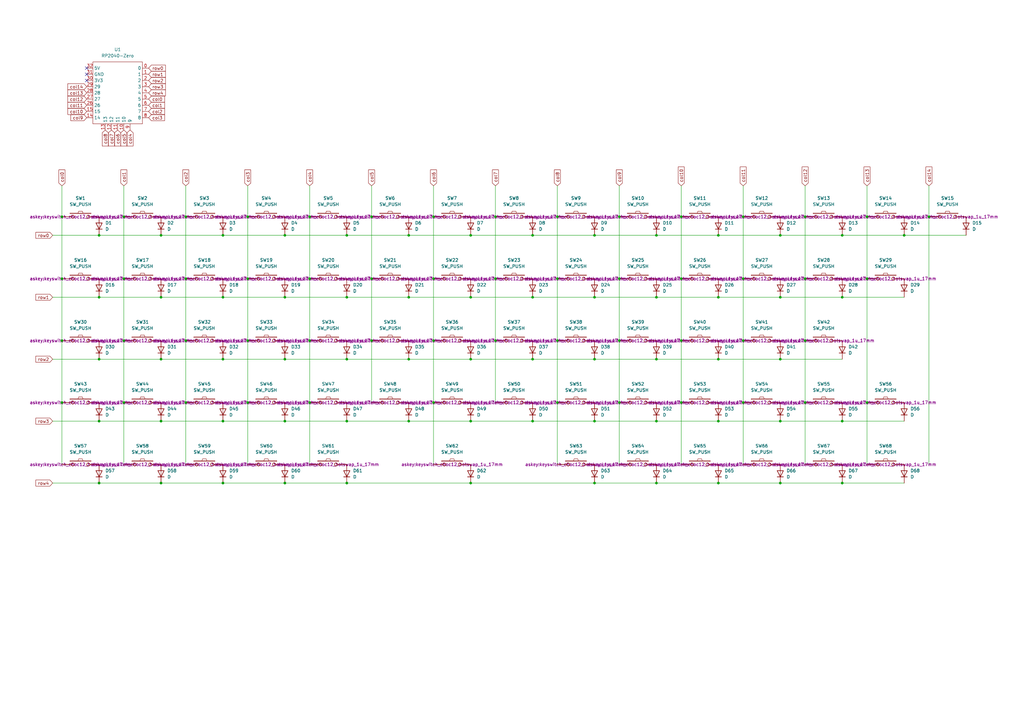
<source format=kicad_sch>
(kicad_sch (version 20231120) (generator "eeschema") (generator_version "8.0")
  (paper "A3")
  (junction (at 193.04 147.32))
  (junction (at 294.64 96.52))
  (junction (at 330.2 139.7))
  (junction (at 101.6 139.7))
  (junction (at 243.84 198.12))
  (junction (at 50.8 139.7))
  (junction (at 177.8 165.1))
  (junction (at 294.64 172.72))
  (junction (at 203.2 114.3))
  (junction (at 142.24 121.92))
  (junction (at 279.4 114.3))
  (junction (at 218.44 96.52))
  (junction (at 218.44 172.72))
  (junction (at 193.04 96.52))
  (junction (at 142.24 172.72))
  (junction (at 152.4 88.9))
  (junction (at 127 114.3))
  (junction (at 355.6 165.1))
  (junction (at 91.44 96.52))
  (junction (at 193.04 121.92))
  (junction (at 269.24 172.72))
  (junction (at 127 88.9))
  (junction (at 203.2 88.9))
  (junction (at 381 88.9))
  (junction (at 177.8 114.3))
  (junction (at 193.04 198.12))
  (junction (at 142.24 96.52))
  (junction (at 279.4 139.7))
  (junction (at 345.44 121.92))
  (junction (at 167.64 172.72))
  (junction (at 243.84 172.72))
  (junction (at 203.2 139.7))
  (junction (at 167.64 121.92))
  (junction (at 116.84 198.12))
  (junction (at 304.8 165.1))
  (junction (at 370.84 96.52))
  (junction (at 279.4 165.1))
  (junction (at 91.44 198.12))
  (junction (at 101.6 88.9))
  (junction (at 91.44 147.32))
  (junction (at 25.4 114.3))
  (junction (at 330.2 114.3))
  (junction (at 66.04 172.72))
  (junction (at 76.2 165.1))
  (junction (at 91.44 172.72))
  (junction (at 40.64 121.92))
  (junction (at 294.64 198.12))
  (junction (at 116.84 96.52))
  (junction (at 116.84 172.72))
  (junction (at 177.8 88.9))
  (junction (at 279.4 88.9))
  (junction (at 294.64 121.92))
  (junction (at 193.04 172.72))
  (junction (at 269.24 96.52))
  (junction (at 66.04 198.12))
  (junction (at 269.24 198.12))
  (junction (at 320.04 198.12))
  (junction (at 40.64 147.32))
  (junction (at 50.8 88.9))
  (junction (at 243.84 147.32))
  (junction (at 116.84 147.32))
  (junction (at 76.2 88.9))
  (junction (at 116.84 121.92))
  (junction (at 243.84 96.52))
  (junction (at 218.44 121.92))
  (junction (at 254 88.9))
  (junction (at 320.04 121.92))
  (junction (at 218.44 147.32))
  (junction (at 269.24 121.92))
  (junction (at 330.2 165.1))
  (junction (at 167.64 147.32))
  (junction (at 40.64 198.12))
  (junction (at 167.64 96.52))
  (junction (at 152.4 114.3))
  (junction (at 304.8 139.7))
  (junction (at 152.4 139.7))
  (junction (at 320.04 96.52))
  (junction (at 228.6 165.1))
  (junction (at 254 165.1))
  (junction (at 76.2 114.3))
  (junction (at 66.04 96.52))
  (junction (at 40.64 96.52))
  (junction (at 101.6 165.1))
  (junction (at 228.6 114.3))
  (junction (at 50.8 114.3))
  (junction (at 228.6 139.7))
  (junction (at 304.8 88.9))
  (junction (at 76.2 139.7))
  (junction (at 25.4 165.1))
  (junction (at 25.4 88.9))
  (junction (at 254 139.7))
  (junction (at 50.8 165.1))
  (junction (at 127 165.1))
  (junction (at 345.44 198.12))
  (junction (at 66.04 147.32))
  (junction (at 142.24 147.32))
  (junction (at 228.6 88.9))
  (junction (at 355.6 114.3))
  (junction (at 304.8 114.3))
  (junction (at 177.8 139.7))
  (junction (at 66.04 121.92))
  (junction (at 127 139.7))
  (junction (at 243.84 121.92))
  (junction (at 40.64 172.72))
  (junction (at 345.44 172.72))
  (junction (at 269.24 147.32))
  (junction (at 101.6 114.3))
  (junction (at 25.4 139.7))
  (junction (at 355.6 88.9))
  (junction (at 320.04 147.32))
  (junction (at 345.44 96.52))
  (junction (at 330.2 88.9))
  (junction (at 254 114.3))
  (junction (at 91.44 121.92))
  (junction (at 320.04 172.72))
  (junction (at 142.24 198.12))
  (junction (at 294.64 147.32))
  (no_connect (at 35.56 30.48))
  (no_connect (at 35.56 33.02))
  (no_connect (at 35.56 27.94))
  (wire (pts (xy 25.4 165.1) (xy 25.4 190.5)))
  (wire (pts (xy 76.2 139.7) (xy 76.2 165.1)))
  (wire (pts (xy 177.8 139.7) (xy 177.8 165.1)))
  (wire (pts (xy 279.4 165.1) (xy 279.4 190.5)))
  (wire (pts (xy 116.84 147.32) (xy 142.24 147.32)))
  (wire (pts (xy 167.64 121.92) (xy 193.04 121.92)))
  (wire (pts (xy 355.6 88.9) (xy 355.6 114.3)))
  (wire (pts (xy 193.04 172.72) (xy 218.44 172.72)))
  (wire (pts (xy 101.6 114.3) (xy 101.6 139.7)))
  (wire (pts (xy 193.04 198.12) (xy 243.84 198.12)))
  (wire (pts (xy 218.44 121.92) (xy 243.84 121.92)))
  (wire (pts (xy 21.59 121.92) (xy 40.64 121.92)))
  (wire (pts (xy 66.04 198.12) (xy 91.44 198.12)))
  (wire (pts (xy 142.24 121.92) (xy 167.64 121.92)))
  (wire (pts (xy 40.64 96.52) (xy 66.04 96.52)))
  (wire (pts (xy 228.6 139.7) (xy 228.6 165.1)))
  (wire (pts (xy 243.84 147.32) (xy 269.24 147.32)))
  (wire (pts (xy 320.04 172.72) (xy 345.44 172.72)))
  (wire (pts (xy 218.44 172.72) (xy 243.84 172.72)))
  (wire (pts (xy 228.6 165.1) (xy 228.6 190.5)))
  (wire (pts (xy 269.24 198.12) (xy 294.64 198.12)))
  (wire (pts (xy 304.8 88.9) (xy 304.8 114.3)))
  (wire (pts (xy 91.44 172.72) (xy 116.84 172.72)))
  (wire (pts (xy 142.24 96.52) (xy 167.64 96.52)))
  (wire (pts (xy 76.2 88.9) (xy 76.2 114.3)))
  (wire (pts (xy 279.4 114.3) (xy 279.4 139.7)))
  (wire (pts (xy 21.59 172.72) (xy 40.64 172.72)))
  (wire (pts (xy 177.8 88.9) (xy 177.8 114.3)))
  (wire (pts (xy 381 76.2) (xy 381 88.9)))
  (wire (pts (xy 304.8 114.3) (xy 304.8 139.7)))
  (wire (pts (xy 345.44 172.72) (xy 370.84 172.72)))
  (wire (pts (xy 25.4 88.9) (xy 25.4 114.3)))
  (wire (pts (xy 116.84 121.92) (xy 142.24 121.92)))
  (wire (pts (xy 91.44 198.12) (xy 116.84 198.12)))
  (wire (pts (xy 66.04 121.92) (xy 91.44 121.92)))
  (wire (pts (xy 142.24 172.72) (xy 167.64 172.72)))
  (wire (pts (xy 91.44 96.52) (xy 116.84 96.52)))
  (wire (pts (xy 50.8 88.9) (xy 50.8 114.3)))
  (wire (pts (xy 142.24 198.12) (xy 193.04 198.12)))
  (wire (pts (xy 228.6 76.2) (xy 228.6 88.9)))
  (wire (pts (xy 25.4 76.2) (xy 25.4 88.9)))
  (wire (pts (xy 116.84 96.52) (xy 142.24 96.52)))
  (wire (pts (xy 243.84 96.52) (xy 269.24 96.52)))
  (wire (pts (xy 254 165.1) (xy 254 190.5)))
  (wire (pts (xy 50.8 76.2) (xy 50.8 88.9)))
  (wire (pts (xy 345.44 96.52) (xy 370.84 96.52)))
  (wire (pts (xy 152.4 114.3) (xy 152.4 139.7)))
  (wire (pts (xy 91.44 147.32) (xy 116.84 147.32)))
  (wire (pts (xy 177.8 165.1) (xy 177.8 190.5)))
  (wire (pts (xy 127 114.3) (xy 127 139.7)))
  (wire (pts (xy 294.64 198.12) (xy 320.04 198.12)))
  (wire (pts (xy 254 139.7) (xy 254 165.1)))
  (wire (pts (xy 330.2 139.7) (xy 330.2 165.1)))
  (wire (pts (xy 101.6 139.7) (xy 101.6 165.1)))
  (wire (pts (xy 127 165.1) (xy 127 190.5)))
  (wire (pts (xy 76.2 114.3) (xy 76.2 139.7)))
  (wire (pts (xy 50.8 165.1) (xy 50.8 190.5)))
  (wire (pts (xy 243.84 172.72) (xy 269.24 172.72)))
  (wire (pts (xy 21.59 198.12) (xy 40.64 198.12)))
  (wire (pts (xy 127 76.2) (xy 127 88.9)))
  (wire (pts (xy 66.04 147.32) (xy 91.44 147.32)))
  (wire (pts (xy 127 139.7) (xy 127 165.1)))
  (wire (pts (xy 320.04 121.92) (xy 345.44 121.92)))
  (wire (pts (xy 101.6 88.9) (xy 101.6 114.3)))
  (wire (pts (xy 279.4 88.9) (xy 279.4 114.3)))
  (wire (pts (xy 330.2 114.3) (xy 330.2 139.7)))
  (wire (pts (xy 203.2 139.7) (xy 203.2 165.1)))
  (wire (pts (xy 320.04 198.12) (xy 345.44 198.12)))
  (wire (pts (xy 243.84 121.92) (xy 269.24 121.92)))
  (wire (pts (xy 91.44 121.92) (xy 116.84 121.92)))
  (wire (pts (xy 25.4 139.7) (xy 25.4 165.1)))
  (wire (pts (xy 167.64 96.52) (xy 193.04 96.52)))
  (wire (pts (xy 304.8 139.7) (xy 304.8 165.1)))
  (wire (pts (xy 304.8 165.1) (xy 304.8 190.5)))
  (wire (pts (xy 193.04 96.52) (xy 218.44 96.52)))
  (wire (pts (xy 40.64 172.72) (xy 66.04 172.72)))
  (wire (pts (xy 167.64 172.72) (xy 193.04 172.72)))
  (wire (pts (xy 101.6 76.2) (xy 101.6 88.9)))
  (wire (pts (xy 228.6 114.3) (xy 228.6 139.7)))
  (wire (pts (xy 294.64 121.92) (xy 320.04 121.92)))
  (wire (pts (xy 269.24 147.32) (xy 294.64 147.32)))
  (wire (pts (xy 101.6 165.1) (xy 101.6 190.5)))
  (wire (pts (xy 76.2 76.2) (xy 76.2 88.9)))
  (wire (pts (xy 203.2 76.2) (xy 203.2 88.9)))
  (wire (pts (xy 294.64 172.72) (xy 320.04 172.72)))
  (wire (pts (xy 66.04 96.52) (xy 91.44 96.52)))
  (wire (pts (xy 370.84 96.52) (xy 396.24 96.52)))
  (wire (pts (xy 116.84 172.72) (xy 142.24 172.72)))
  (wire (pts (xy 279.4 139.7) (xy 279.4 165.1)))
  (wire (pts (xy 40.64 147.32) (xy 66.04 147.32)))
  (wire (pts (xy 21.59 147.32) (xy 40.64 147.32)))
  (wire (pts (xy 50.8 139.7) (xy 50.8 165.1)))
  (wire (pts (xy 381 88.9) (xy 381 190.5)))
  (wire (pts (xy 269.24 96.52) (xy 294.64 96.52)))
  (wire (pts (xy 294.64 96.52) (xy 320.04 96.52)))
  (wire (pts (xy 269.24 121.92) (xy 294.64 121.92)))
  (wire (pts (xy 152.4 76.2) (xy 152.4 88.9)))
  (wire (pts (xy 40.64 198.12) (xy 66.04 198.12)))
  (wire (pts (xy 177.8 114.3) (xy 177.8 139.7)))
  (wire (pts (xy 193.04 147.32) (xy 218.44 147.32)))
  (wire (pts (xy 127 88.9) (xy 127 114.3)))
  (wire (pts (xy 142.24 147.32) (xy 167.64 147.32)))
  (wire (pts (xy 269.24 172.72) (xy 294.64 172.72)))
  (wire (pts (xy 218.44 96.52) (xy 243.84 96.52)))
  (wire (pts (xy 177.8 76.2) (xy 177.8 88.9)))
  (wire (pts (xy 355.6 76.2) (xy 355.6 88.9)))
  (wire (pts (xy 355.6 165.1) (xy 355.6 190.5)))
  (wire (pts (xy 254 114.3) (xy 254 139.7)))
  (wire (pts (xy 76.2 165.1) (xy 76.2 190.5)))
  (wire (pts (xy 279.4 76.2) (xy 279.4 88.9)))
  (wire (pts (xy 320.04 96.52) (xy 345.44 96.52)))
  (wire (pts (xy 330.2 76.2) (xy 330.2 88.9)))
  (wire (pts (xy 254 76.2) (xy 254 88.9)))
  (wire (pts (xy 320.04 147.32) (xy 345.44 147.32)))
  (wire (pts (xy 21.59 96.52) (xy 40.64 96.52)))
  (wire (pts (xy 218.44 147.32) (xy 243.84 147.32)))
  (wire (pts (xy 355.6 114.3) (xy 355.6 165.1)))
  (wire (pts (xy 294.64 147.32) (xy 320.04 147.32)))
  (wire (pts (xy 50.8 114.3) (xy 50.8 139.7)))
  (wire (pts (xy 116.84 198.12) (xy 142.24 198.12)))
  (wire (pts (xy 330.2 165.1) (xy 330.2 190.5)))
  (wire (pts (xy 167.64 147.32) (xy 193.04 147.32)))
  (wire (pts (xy 193.04 121.92) (xy 218.44 121.92)))
  (wire (pts (xy 254 88.9) (xy 254 114.3)))
  (wire (pts (xy 243.84 198.12) (xy 269.24 198.12)))
  (wire (pts (xy 330.2 88.9) (xy 330.2 114.3)))
  (wire (pts (xy 152.4 139.7) (xy 152.4 165.1)))
  (wire (pts (xy 152.4 88.9) (xy 152.4 114.3)))
  (wire (pts (xy 25.4 114.3) (xy 25.4 139.7)))
  (wire (pts (xy 40.64 121.92) (xy 66.04 121.92)))
  (wire (pts (xy 345.44 198.12) (xy 370.84 198.12)))
  (wire (pts (xy 228.6 88.9) (xy 228.6 114.3)))
  (wire (pts (xy 304.8 76.2) (xy 304.8 88.9)))
  (wire (pts (xy 345.44 121.92) (xy 370.84 121.92)))
  (wire (pts (xy 203.2 114.3) (xy 203.2 139.7)))
  (wire (pts (xy 203.2 88.9) (xy 203.2 114.3)))
  (wire (pts (xy 66.04 172.72) (xy 91.44 172.72)))
  (global_label "row3" (shape input) (at 60.96 35.56 0) (property "Intersheetrefs" "${INTERSHEET_REFS}" (effects (hide yes))))
  (global_label "col9" (shape input) (at 254 76.2 90) (property "Intersheetrefs" "${INTERSHEET_REFS}" (effects (hide yes))))
  (global_label "col1" (shape input) (at 50.8 76.2 90) (property "Intersheetrefs" "${INTERSHEET_REFS}" (effects (hide yes))))
  (global_label "row3" (shape input) (at 21.59 172.72 180) (property "Intersheetrefs" "${INTERSHEET_REFS}" (effects (hide yes))))
  (global_label "col10" (shape input) (at 35.56 45.72 180) (property "Intersheetrefs" "${INTERSHEET_REFS}" (effects (hide yes))))
  (global_label "col5" (shape input) (at 152.4 76.2 90) (property "Intersheetrefs" "${INTERSHEET_REFS}" (effects (hide yes))))
  (global_label "row1" (shape input) (at 21.59 121.92 180) (property "Intersheetrefs" "${INTERSHEET_REFS}" (effects (hide yes))))
  (global_label "col8" (shape input) (at 228.6 76.2 90) (property "Intersheetrefs" "${INTERSHEET_REFS}" (effects (hide yes))))
  (global_label "col3" (shape input) (at 101.6 76.2 90) (property "Intersheetrefs" "${INTERSHEET_REFS}" (effects (hide yes))))
  (global_label "row2" (shape input) (at 21.59 147.32 180) (property "Intersheetrefs" "${INTERSHEET_REFS}" (effects (hide yes))))
  (global_label "col9" (shape input) (at 35.56 48.26 180) (property "Intersheetrefs" "${INTERSHEET_REFS}" (effects (hide yes))))
  (global_label "col7" (shape input) (at 45.72 53.34 270) (property "Intersheetrefs" "${INTERSHEET_REFS}" (effects (hide yes))))
  (global_label "col13" (shape input) (at 355.6 76.2 90) (property "Intersheetrefs" "${INTERSHEET_REFS}" (effects (hide yes))))
  (global_label "row0" (shape input) (at 21.59 96.52 180) (property "Intersheetrefs" "${INTERSHEET_REFS}" (effects (hide yes))))
  (global_label "col10" (shape input) (at 279.4 76.2 90) (property "Intersheetrefs" "${INTERSHEET_REFS}" (effects (hide yes))))
  (global_label "col0" (shape input) (at 60.96 40.64 0) (property "Intersheetrefs" "${INTERSHEET_REFS}" (effects (hide yes))))
  (global_label "col7" (shape input) (at 203.2 76.2 90) (property "Intersheetrefs" "${INTERSHEET_REFS}" (effects (hide yes))))
  (global_label "col4" (shape input) (at 53.34 53.34 270) (property "Intersheetrefs" "${INTERSHEET_REFS}" (effects (hide yes))))
  (global_label "row4" (shape input) (at 21.59 198.12 180) (property "Intersheetrefs" "${INTERSHEET_REFS}" (effects (hide yes))))
  (global_label "col13" (shape input) (at 35.56 38.1 180) (property "Intersheetrefs" "${INTERSHEET_REFS}" (effects (hide yes))))
  (global_label "row0" (shape input) (at 60.96 27.94 0) (property "Intersheetrefs" "${INTERSHEET_REFS}" (effects (hide yes))))
  (global_label "col4" (shape input) (at 127 76.2 90) (property "Intersheetrefs" "${INTERSHEET_REFS}" (effects (hide yes))))
  (global_label "col1" (shape input) (at 60.96 43.18 0) (property "Intersheetrefs" "${INTERSHEET_REFS}" (effects (hide yes))))
  (global_label "col0" (shape input) (at 25.4 76.2 90) (property "Intersheetrefs" "${INTERSHEET_REFS}" (effects (hide yes))))
  (global_label "col14" (shape input) (at 35.56 35.56 180) (property "Intersheetrefs" "${INTERSHEET_REFS}" (effects (hide yes))))
  (global_label "col8" (shape input) (at 43.18 53.34 270) (property "Intersheetrefs" "${INTERSHEET_REFS}" (effects (hide yes))))
  (global_label "col2" (shape input) (at 60.96 45.72 0) (property "Intersheetrefs" "${INTERSHEET_REFS}" (effects (hide yes))))
  (global_label "col2" (shape input) (at 76.2 76.2 90) (property "Intersheetrefs" "${INTERSHEET_REFS}" (effects (hide yes))))
  (global_label "col11" (shape input) (at 35.56 43.18 180) (property "Intersheetrefs" "${INTERSHEET_REFS}" (effects (hide yes))))
  (global_label "col11" (shape input) (at 304.8 76.2 90) (property "Intersheetrefs" "${INTERSHEET_REFS}" (effects (hide yes))))
  (global_label "row4" (shape input) (at 60.96 38.1 0) (property "Intersheetrefs" "${INTERSHEET_REFS}" (effects (hide yes))))
  (global_label "col3" (shape input) (at 60.96 48.26 0) (property "Intersheetrefs" "${INTERSHEET_REFS}" (effects (hide yes))))
  (global_label "col5" (shape input) (at 50.8 53.34 270) (property "Intersheetrefs" "${INTERSHEET_REFS}" (effects (hide yes))))
  (global_label "col6" (shape input) (at 177.8 76.2 90) (property "Intersheetrefs" "${INTERSHEET_REFS}" (effects (hide yes))))
  (global_label "row2" (shape input) (at 60.96 33.02 0) (property "Intersheetrefs" "${INTERSHEET_REFS}" (effects (hide yes))))
  (global_label "col12" (shape input) (at 330.2 76.2 90) (property "Intersheetrefs" "${INTERSHEET_REFS}" (effects (hide yes))))
  (global_label "row1" (shape input) (at 60.96 30.48 0) (property "Intersheetrefs" "${INTERSHEET_REFS}" (effects (hide yes))))
  (global_label "col14" (shape input) (at 381 76.2 90) (property "Intersheetrefs" "${INTERSHEET_REFS}" (effects (hide yes))))
  (global_label "col6" (shape input) (at 48.26 53.34 270) (property "Intersheetrefs" "${INTERSHEET_REFS}" (effects (hide yes))))
  (global_label "col12" (shape input) (at 35.56 40.64 180) (property "Intersheetrefs" "${INTERSHEET_REFS}" (effects (hide yes))))
  (symbol (lib_id "kbd:SW_PUSH") (at 261.62 165.1 0) (unit 1)
    (property "Reference" "SW52" (at 261.62 157.48 0))
    (property "Value" "SW_PUSH" (at 261.62 160.02 0))
    (property "Footprint" "askey:keyswitch_choc12_hotswap_1u_17mm" (at 261.62 165.1 0))
  )
  (symbol (lib_id "Device:D") (at 116.84 168.91 90) (unit 1)
    (property "Reference" "D46" (at 119.38 167.6399 90) (effects (justify right)))
    (property "Value" "D" (at 119.38 170.1799 90) (effects (justify right)))
    (property "Footprint" "kbd_Parts:Diode_SMD" (effects (hide yes)))
    (property "Description" "Diode" (effects (hide yes)))
    (property "Sim.Device" "D" (effects (hide yes)))
    (property "Sim.Pins" "1=K 2=A" (effects (hide yes)))
  )
  (symbol (lib_id "kbd:SW_PUSH") (at 58.42 190.5 0) (unit 1)
    (property "Reference" "SW58" (at 58.42 182.88 0))
    (property "Value" "SW_PUSH" (at 58.42 185.42 0))
    (property "Footprint" "askey:keyswitch_choc12_hotswap_1u_17mm" (at 58.42 190.5 0))
  )
  (symbol (lib_id "kbd:SW_PUSH") (at 287.02 190.5 0) (unit 1)
    (property "Reference" "SW65" (at 287.02 182.88 0))
    (property "Value" "SW_PUSH" (at 287.02 185.42 0))
    (property "Footprint" "askey:keyswitch_choc12_hotswap_1u_17mm" (at 287.02 190.5 0))
  )
  (symbol (lib_id "kbd:SW_PUSH") (at 83.82 139.7 0) (unit 1)
    (property "Reference" "SW32" (at 83.82 132.08 0))
    (property "Value" "SW_PUSH" (at 83.82 134.62 0))
    (property "Footprint" "askey:keyswitch_choc12_hotswap_1u_17mm" (at 83.82 139.7 0))
  )
  (symbol (lib_id "kbd:SW_PUSH") (at 287.02 88.9 0) (unit 1)
    (property "Reference" "SW11" (at 287.02 81.28 0))
    (property "Value" "SW_PUSH" (at 287.02 83.82 0))
    (property "Footprint" "askey:keyswitch_choc12_hotswap_1u_17mm" (at 287.02 88.9 0))
  )
  (symbol (lib_id "Device:D") (at 66.04 118.11 90) (unit 1)
    (property "Reference" "D17" (at 68.58 116.8399 90) (effects (justify right)))
    (property "Value" "D" (at 68.58 119.3799 90) (effects (justify right)))
    (property "Footprint" "kbd_Parts:Diode_SMD" (effects (hide yes)))
    (property "Description" "Diode" (effects (hide yes)))
    (property "Sim.Device" "D" (effects (hide yes)))
    (property "Sim.Pins" "1=K 2=A" (effects (hide yes)))
  )
  (symbol (lib_id "isw-mcu:RP2040-Zero") (at 48.26 38.1 0) (unit 1)
    (property "Reference" "U1" (at 48.26 20.32 0))
    (property "Value" "RP2040-Zero" (at 48.26 22.86 0))
    (property "Footprint" "askey:RP2040-Zero-TH" (effects (hide yes)))
  )
  (symbol (lib_id "kbd:SW_PUSH") (at 33.02 165.1 0) (unit 1)
    (property "Reference" "SW43" (at 33.02 157.48 0))
    (property "Value" "SW_PUSH" (at 33.02 160.02 0))
    (property "Footprint" "askey:keyswitch_choc12_hotswap_1u_17mm" (at 33.02 165.1 0))
  )
  (symbol (lib_id "Device:D") (at 116.84 143.51 90) (unit 1)
    (property "Reference" "D33" (at 119.38 142.2399 90) (effects (justify right)))
    (property "Value" "D" (at 119.38 144.7799 90) (effects (justify right)))
    (property "Footprint" "kbd_Parts:Diode_SMD" (effects (hide yes)))
    (property "Description" "Diode" (effects (hide yes)))
    (property "Sim.Device" "D" (effects (hide yes)))
    (property "Sim.Pins" "1=K 2=A" (effects (hide yes)))
  )
  (symbol (lib_id "Device:D") (at 91.44 143.51 90) (unit 1)
    (property "Reference" "D32" (at 93.98 142.2399 90) (effects (justify right)))
    (property "Value" "D" (at 93.98 144.7799 90) (effects (justify right)))
    (property "Footprint" "kbd_Parts:Diode_SMD" (effects (hide yes)))
    (property "Description" "Diode" (effects (hide yes)))
    (property "Sim.Device" "D" (effects (hide yes)))
    (property "Sim.Pins" "1=K 2=A" (effects (hide yes)))
  )
  (symbol (lib_id "Device:D") (at 345.44 194.31 90) (unit 1)
    (property "Reference" "D67" (at 347.98 193.0399 90) (effects (justify right)))
    (property "Value" "D" (at 347.98 195.5799 90) (effects (justify right)))
    (property "Footprint" "kbd_Parts:Diode_SMD" (effects (hide yes)))
    (property "Description" "Diode" (effects (hide yes)))
    (property "Sim.Device" "D" (effects (hide yes)))
    (property "Sim.Pins" "1=K 2=A" (effects (hide yes)))
  )
  (symbol (lib_id "Device:D") (at 66.04 194.31 90) (unit 1)
    (property "Reference" "D58" (at 68.58 193.0399 90) (effects (justify right)))
    (property "Value" "D" (at 68.58 195.5799 90) (effects (justify right)))
    (property "Footprint" "kbd_Parts:Diode_SMD" (effects (hide yes)))
    (property "Description" "Diode" (effects (hide yes)))
    (property "Sim.Device" "D" (effects (hide yes)))
    (property "Sim.Pins" "1=K 2=A" (effects (hide yes)))
  )
  (symbol (lib_id "Device:D") (at 370.84 168.91 90) (unit 1)
    (property "Reference" "D56" (at 373.38 167.6399 90) (effects (justify right)))
    (property "Value" "D" (at 373.38 170.1799 90) (effects (justify right)))
    (property "Footprint" "kbd_Parts:Diode_SMD" (effects (hide yes)))
    (property "Description" "Diode" (effects (hide yes)))
    (property "Sim.Device" "D" (effects (hide yes)))
    (property "Sim.Pins" "1=K 2=A" (effects (hide yes)))
  )
  (symbol (lib_id "kbd:SW_PUSH") (at 287.02 114.3 0) (unit 1)
    (property "Reference" "SW26" (at 287.02 106.68 0))
    (property "Value" "SW_PUSH" (at 287.02 109.22 0))
    (property "Footprint" "askey:keyswitch_choc12_hotswap_1u_17mm" (at 287.02 114.3 0))
  )
  (symbol (lib_id "Device:D") (at 396.24 92.71 90) (unit 1)
    (property "Reference" "D15" (at 398.78 91.4399 90) (effects (justify right)))
    (property "Value" "D" (at 398.78 93.9799 90) (effects (justify right)))
    (property "Footprint" "kbd_Parts:Diode_SMD" (effects (hide yes)))
    (property "Description" "Diode" (effects (hide yes)))
    (property "Sim.Device" "D" (effects (hide yes)))
    (property "Sim.Pins" "1=K 2=A" (effects (hide yes)))
  )
  (symbol (lib_id "kbd:SW_PUSH") (at 83.82 88.9 0) (unit 1)
    (property "Reference" "SW3" (at 83.82 81.28 0))
    (property "Value" "SW_PUSH" (at 83.82 83.82 0))
    (property "Footprint" "askey:keyswitch_choc12_hotswap_1u_17mm" (at 83.82 88.9 0))
  )
  (symbol (lib_id "Device:D") (at 218.44 118.11 90) (unit 1)
    (property "Reference" "D23" (at 220.98 116.8399 90) (effects (justify right)))
    (property "Value" "D" (at 220.98 119.3799 90) (effects (justify right)))
    (property "Footprint" "kbd_Parts:Diode_SMD" (effects (hide yes)))
    (property "Description" "Diode" (effects (hide yes)))
    (property "Sim.Device" "D" (effects (hide yes)))
    (property "Sim.Pins" "1=K 2=A" (effects (hide yes)))
  )
  (symbol (lib_id "Device:D") (at 218.44 92.71 90) (unit 1)
    (property "Reference" "D8" (at 220.98 91.4399 90) (effects (justify right)))
    (property "Value" "D" (at 220.98 93.9799 90) (effects (justify right)))
    (property "Footprint" "kbd_Parts:Diode_SMD" (effects (hide yes)))
    (property "Description" "Diode" (effects (hide yes)))
    (property "Sim.Device" "D" (effects (hide yes)))
    (property "Sim.Pins" "1=K 2=A" (effects (hide yes)))
  )
  (symbol (lib_id "Device:D") (at 243.84 118.11 90) (unit 1)
    (property "Reference" "D24" (at 246.38 116.8399 90) (effects (justify right)))
    (property "Value" "D" (at 246.38 119.3799 90) (effects (justify right)))
    (property "Footprint" "kbd_Parts:Diode_SMD" (effects (hide yes)))
    (property "Description" "Diode" (effects (hide yes)))
    (property "Sim.Device" "D" (effects (hide yes)))
    (property "Sim.Pins" "1=K 2=A" (effects (hide yes)))
  )
  (symbol (lib_id "Device:D") (at 167.64 168.91 90) (unit 1)
    (property "Reference" "D48" (at 170.18 167.6399 90) (effects (justify right)))
    (property "Value" "D" (at 170.18 170.1799 90) (effects (justify right)))
    (property "Footprint" "kbd_Parts:Diode_SMD" (effects (hide yes)))
    (property "Description" "Diode" (effects (hide yes)))
    (property "Sim.Device" "D" (effects (hide yes)))
    (property "Sim.Pins" "1=K 2=A" (effects (hide yes)))
  )
  (symbol (lib_id "kbd:SW_PUSH") (at 109.22 139.7 0) (unit 1)
    (property "Reference" "SW33" (at 109.22 132.08 0))
    (property "Value" "SW_PUSH" (at 109.22 134.62 0))
    (property "Footprint" "askey:keyswitch_choc12_hotswap_1u_17mm" (at 109.22 139.7 0))
  )
  (symbol (lib_id "kbd:SW_PUSH") (at 83.82 114.3 0) (unit 1)
    (property "Reference" "SW18" (at 83.82 106.68 0))
    (property "Value" "SW_PUSH" (at 83.82 109.22 0))
    (property "Footprint" "askey:keyswitch_choc12_hotswap_1u_17mm" (at 83.82 114.3 0))
  )
  (symbol (lib_id "Device:D") (at 243.84 194.31 90) (unit 1)
    (property "Reference" "D63" (at 246.38 193.0399 90) (effects (justify right)))
    (property "Value" "D" (at 246.38 195.5799 90) (effects (justify right)))
    (property "Footprint" "kbd_Parts:Diode_SMD" (effects (hide yes)))
    (property "Description" "Diode" (effects (hide yes)))
    (property "Sim.Device" "D" (effects (hide yes)))
    (property "Sim.Pins" "1=K 2=A" (effects (hide yes)))
  )
  (symbol (lib_id "Device:D") (at 320.04 143.51 90) (unit 1)
    (property "Reference" "D41" (at 322.58 142.2399 90) (effects (justify right)))
    (property "Value" "D" (at 322.58 144.7799 90) (effects (justify right)))
    (property "Footprint" "kbd_Parts:Diode_SMD" (effects (hide yes)))
    (property "Description" "Diode" (effects (hide yes)))
    (property "Sim.Device" "D" (effects (hide yes)))
    (property "Sim.Pins" "1=K 2=A" (effects (hide yes)))
  )
  (symbol (lib_id "Device:D") (at 142.24 92.71 90) (unit 1)
    (property "Reference" "D5" (at 144.78 91.4399 90) (effects (justify right)))
    (property "Value" "D" (at 144.78 93.9799 90) (effects (justify right)))
    (property "Footprint" "kbd_Parts:Diode_SMD" (effects (hide yes)))
    (property "Description" "Diode" (effects (hide yes)))
    (property "Sim.Device" "D" (effects (hide yes)))
    (property "Sim.Pins" "1=K 2=A" (effects (hide yes)))
  )
  (symbol (lib_id "Device:D") (at 243.84 168.91 90) (unit 1)
    (property "Reference" "D51" (at 246.38 167.6399 90) (effects (justify right)))
    (property "Value" "D" (at 246.38 170.1799 90) (effects (justify right)))
    (property "Footprint" "kbd_Parts:Diode_SMD" (effects (hide yes)))
    (property "Description" "Diode" (effects (hide yes)))
    (property "Sim.Device" "D" (effects (hide yes)))
    (property "Sim.Pins" "1=K 2=A" (effects (hide yes)))
  )
  (symbol (lib_id "Device:D") (at 294.64 118.11 90) (unit 1)
    (property "Reference" "D26" (at 297.18 116.8399 90) (effects (justify right)))
    (property "Value" "D" (at 297.18 119.3799 90) (effects (justify right)))
    (property "Footprint" "kbd_Parts:Diode_SMD" (effects (hide yes)))
    (property "Description" "Diode" (effects (hide yes)))
    (property "Sim.Device" "D" (effects (hide yes)))
    (property "Sim.Pins" "1=K 2=A" (effects (hide yes)))
  )
  (symbol (lib_id "kbd:SW_PUSH") (at 236.22 139.7 0) (unit 1)
    (property "Reference" "SW38" (at 236.22 132.08 0))
    (property "Value" "SW_PUSH" (at 236.22 134.62 0))
    (property "Footprint" "askey:keyswitch_choc12_hotswap_1u_17mm" (at 236.22 139.7 0))
  )
  (symbol (lib_id "Device:D") (at 142.24 168.91 90) (unit 1)
    (property "Reference" "D47" (at 144.78 167.6399 90) (effects (justify right)))
    (property "Value" "D" (at 144.78 170.1799 90) (effects (justify right)))
    (property "Footprint" "kbd_Parts:Diode_SMD" (effects (hide yes)))
    (property "Description" "Diode" (effects (hide yes)))
    (property "Sim.Device" "D" (effects (hide yes)))
    (property "Sim.Pins" "1=K 2=A" (effects (hide yes)))
  )
  (symbol (lib_id "kbd:SW_PUSH") (at 312.42 114.3 0) (unit 1)
    (property "Reference" "SW27" (at 312.42 106.68 0))
    (property "Value" "SW_PUSH" (at 312.42 109.22 0))
    (property "Footprint" "askey:keyswitch_choc12_hotswap_1u_17mm" (at 312.42 114.3 0))
  )
  (symbol (lib_id "kbd:SW_PUSH") (at 160.02 165.1 0) (unit 1)
    (property "Reference" "SW48" (at 160.02 157.48 0))
    (property "Value" "SW_PUSH" (at 160.02 160.02 0))
    (property "Footprint" "askey:keyswitch_choc12_hotswap_1u_17mm" (at 160.02 165.1 0))
  )
  (symbol (lib_id "Device:D") (at 294.64 194.31 90) (unit 1)
    (property "Reference" "D65" (at 297.18 193.0399 90) (effects (justify right)))
    (property "Value" "D" (at 297.18 195.5799 90) (effects (justify right)))
    (property "Footprint" "kbd_Parts:Diode_SMD" (effects (hide yes)))
    (property "Description" "Diode" (effects (hide yes)))
    (property "Sim.Device" "D" (effects (hide yes)))
    (property "Sim.Pins" "1=K 2=A" (effects (hide yes)))
  )
  (symbol (lib_id "kbd:SW_PUSH") (at 58.42 139.7 0) (unit 1)
    (property "Reference" "SW31" (at 58.42 132.08 0))
    (property "Value" "SW_PUSH" (at 58.42 134.62 0))
    (property "Footprint" "askey:keyswitch_choc12_hotswap_1u_17mm" (at 58.42 139.7 0))
  )
  (symbol (lib_id "Device:D") (at 167.64 118.11 90) (unit 1)
    (property "Reference" "D21" (at 170.18 116.8399 90) (effects (justify right)))
    (property "Value" "D" (at 170.18 119.3799 90) (effects (justify right)))
    (property "Footprint" "kbd_Parts:Diode_SMD" (effects (hide yes)))
    (property "Description" "Diode" (effects (hide yes)))
    (property "Sim.Device" "D" (effects (hide yes)))
    (property "Sim.Pins" "1=K 2=A" (effects (hide yes)))
  )
  (symbol (lib_id "kbd:SW_PUSH") (at 363.22 165.1 0) (unit 1)
    (property "Reference" "SW56" (at 363.22 157.48 0))
    (property "Value" "SW_PUSH" (at 363.22 160.02 0))
    (property "Footprint" "askey:keyswitch_choc12_hotswap_1u_17mm" (at 363.22 165.1 0))
  )
  (symbol (lib_id "Device:D") (at 269.24 143.51 90) (unit 1)
    (property "Reference" "D39" (at 271.78 142.2399 90) (effects (justify right)))
    (property "Value" "D" (at 271.78 144.7799 90) (effects (justify right)))
    (property "Footprint" "kbd_Parts:Diode_SMD" (effects (hide yes)))
    (property "Description" "Diode" (effects (hide yes)))
    (property "Sim.Device" "D" (effects (hide yes)))
    (property "Sim.Pins" "1=K 2=A" (effects (hide yes)))
  )
  (symbol (lib_id "Device:D") (at 294.64 92.71 90) (unit 1)
    (property "Reference" "D11" (at 297.18 91.4399 90) (effects (justify right)))
    (property "Value" "D" (at 297.18 93.9799 90) (effects (justify right)))
    (property "Footprint" "kbd_Parts:Diode_SMD" (effects (hide yes)))
    (property "Description" "Diode" (effects (hide yes)))
    (property "Sim.Device" "D" (effects (hide yes)))
    (property "Sim.Pins" "1=K 2=A" (effects (hide yes)))
  )
  (symbol (lib_id "kbd:SW_PUSH") (at 312.42 88.9 0) (unit 1)
    (property "Reference" "SW12" (at 312.42 81.28 0))
    (property "Value" "SW_PUSH" (at 312.42 83.82 0))
    (property "Footprint" "askey:keyswitch_choc12_hotswap_1u_17mm" (at 312.42 88.9 0))
  )
  (symbol (lib_id "kbd:SW_PUSH") (at 160.02 139.7 0) (unit 1)
    (property "Reference" "SW35" (at 160.02 132.08 0))
    (property "Value" "SW_PUSH" (at 160.02 134.62 0))
    (property "Footprint" "askey:keyswitch_choc12_hotswap_1u_17mm" (at 160.02 139.7 0))
  )
  (symbol (lib_id "Device:D") (at 345.44 143.51 90) (unit 1)
    (property "Reference" "D42" (at 347.98 142.2399 90) (effects (justify right)))
    (property "Value" "D" (at 347.98 144.7799 90) (effects (justify right)))
    (property "Footprint" "kbd_Parts:Diode_SMD" (effects (hide yes)))
    (property "Description" "Diode" (effects (hide yes)))
    (property "Sim.Device" "D" (effects (hide yes)))
    (property "Sim.Pins" "1=K 2=A" (effects (hide yes)))
  )
  (symbol (lib_id "Device:D") (at 40.64 118.11 90) (unit 1)
    (property "Reference" "D16" (at 43.18 116.8399 90) (effects (justify right)))
    (property "Value" "D" (at 43.18 119.3799 90) (effects (justify right)))
    (property "Footprint" "kbd_Parts:Diode_SMD" (effects (hide yes)))
    (property "Description" "Diode" (effects (hide yes)))
    (property "Sim.Device" "D" (effects (hide yes)))
    (property "Sim.Pins" "1=K 2=A" (effects (hide yes)))
  )
  (symbol (lib_id "Device:D") (at 66.04 168.91 90) (unit 1)
    (property "Reference" "D44" (at 68.58 167.6399 90) (effects (justify right)))
    (property "Value" "D" (at 68.58 170.1799 90) (effects (justify right)))
    (property "Footprint" "kbd_Parts:Diode_SMD" (effects (hide yes)))
    (property "Description" "Diode" (effects (hide yes)))
    (property "Sim.Device" "D" (effects (hide yes)))
    (property "Sim.Pins" "1=K 2=A" (effects (hide yes)))
  )
  (symbol (lib_id "kbd:SW_PUSH") (at 337.82 114.3 0) (unit 1)
    (property "Reference" "SW28" (at 337.82 106.68 0))
    (property "Value" "SW_PUSH" (at 337.82 109.22 0))
    (property "Footprint" "askey:keyswitch_choc12_hotswap_1u_17mm" (at 337.82 114.3 0))
  )
  (symbol (lib_id "kbd:SW_PUSH") (at 287.02 165.1 0) (unit 1)
    (property "Reference" "SW53" (at 287.02 157.48 0))
    (property "Value" "SW_PUSH" (at 287.02 160.02 0))
    (property "Footprint" "askey:keyswitch_choc12_hotswap_1u_17mm" (at 287.02 165.1 0))
  )
  (symbol (lib_id "kbd:SW_PUSH") (at 388.62 88.9 0) (unit 1)
    (property "Reference" "SW15" (at 388.62 81.28 0))
    (property "Value" "SW_PUSH" (at 388.62 83.82 0))
    (property "Footprint" "askey:keyswitch_choc12_hotswap_1u_17mm" (at 388.62 88.9 0))
  )
  (symbol (lib_id "Device:D") (at 269.24 118.11 90) (unit 1)
    (property "Reference" "D25" (at 271.78 116.8399 90) (effects (justify right)))
    (property "Value" "D" (at 271.78 119.3799 90) (effects (justify right)))
    (property "Footprint" "kbd_Parts:Diode_SMD" (effects (hide yes)))
    (property "Description" "Diode" (effects (hide yes)))
    (property "Sim.Device" "D" (effects (hide yes)))
    (property "Sim.Pins" "1=K 2=A" (effects (hide yes)))
  )
  (symbol (lib_id "Device:D") (at 116.84 118.11 90) (unit 1)
    (property "Reference" "D19" (at 119.38 116.8399 90) (effects (justify right)))
    (property "Value" "D" (at 119.38 119.3799 90) (effects (justify right)))
    (property "Footprint" "kbd_Parts:Diode_SMD" (effects (hide yes)))
    (property "Description" "Diode" (effects (hide yes)))
    (property "Sim.Device" "D" (effects (hide yes)))
    (property "Sim.Pins" "1=K 2=A" (effects (hide yes)))
  )
  (symbol (lib_id "kbd:SW_PUSH") (at 337.82 165.1 0) (unit 1)
    (property "Reference" "SW55" (at 337.82 157.48 0))
    (property "Value" "SW_PUSH" (at 337.82 160.02 0))
    (property "Footprint" "askey:keyswitch_choc12_hotswap_1u_17mm" (at 337.82 165.1 0))
  )
  (symbol (lib_id "kbd:SW_PUSH") (at 109.22 190.5 0) (unit 1)
    (property "Reference" "SW60" (at 109.22 182.88 0))
    (property "Value" "SW_PUSH" (at 109.22 185.42 0))
    (property "Footprint" "askey:keyswitch_choc12_hotswap_1u_17mm" (at 109.22 190.5 0))
  )
  (symbol (lib_id "kbd:SW_PUSH") (at 363.22 190.5 0) (unit 1)
    (property "Reference" "SW68" (at 363.22 182.88 0))
    (property "Value" "SW_PUSH" (at 363.22 185.42 0))
    (property "Footprint" "askey:keyswitch_choc12_hotswap_1u_17mm" (at 363.22 190.5 0))
  )
  (symbol (lib_id "Device:D") (at 91.44 194.31 90) (unit 1)
    (property "Reference" "D59" (at 93.98 193.0399 90) (effects (justify right)))
    (property "Value" "D" (at 93.98 195.5799 90) (effects (justify right)))
    (property "Footprint" "kbd_Parts:Diode_SMD" (effects (hide yes)))
    (property "Description" "Diode" (effects (hide yes)))
    (property "Sim.Device" "D" (effects (hide yes)))
    (property "Sim.Pins" "1=K 2=A" (effects (hide yes)))
  )
  (symbol (lib_id "Device:D") (at 91.44 118.11 90) (unit 1)
    (property "Reference" "D18" (at 93.98 116.8399 90) (effects (justify right)))
    (property "Value" "D" (at 93.98 119.3799 90) (effects (justify right)))
    (property "Footprint" "kbd_Parts:Diode_SMD" (effects (hide yes)))
    (property "Description" "Diode" (effects (hide yes)))
    (property "Sim.Device" "D" (effects (hide yes)))
    (property "Sim.Pins" "1=K 2=A" (effects (hide yes)))
  )
  (symbol (lib_id "Device:D") (at 40.64 194.31 90) (unit 1)
    (property "Reference" "D57" (at 43.18 193.0399 90) (effects (justify right)))
    (property "Value" "D" (at 43.18 195.5799 90) (effects (justify right)))
    (property "Footprint" "kbd_Parts:Diode_SMD" (effects (hide yes)))
    (property "Description" "Diode" (effects (hide yes)))
    (property "Sim.Device" "D" (effects (hide yes)))
    (property "Sim.Pins" "1=K 2=A" (effects (hide yes)))
  )
  (symbol (lib_id "Device:D") (at 345.44 168.91 90) (unit 1)
    (property "Reference" "D55" (at 347.98 167.6399 90) (effects (justify right)))
    (property "Value" "D" (at 347.98 170.1799 90) (effects (justify right)))
    (property "Footprint" "kbd_Parts:Diode_SMD" (effects (hide yes)))
    (property "Description" "Diode" (effects (hide yes)))
    (property "Sim.Device" "D" (effects (hide yes)))
    (property "Sim.Pins" "1=K 2=A" (effects (hide yes)))
  )
  (symbol (lib_id "Device:D") (at 193.04 92.71 90) (unit 1)
    (property "Reference" "D7" (at 195.58 91.4399 90) (effects (justify right)))
    (property "Value" "D" (at 195.58 93.9799 90) (effects (justify right)))
    (property "Footprint" "kbd_Parts:Diode_SMD" (effects (hide yes)))
    (property "Description" "Diode" (effects (hide yes)))
    (property "Sim.Device" "D" (effects (hide yes)))
    (property "Sim.Pins" "1=K 2=A" (effects (hide yes)))
  )
  (symbol (lib_id "Device:D") (at 40.64 143.51 90) (unit 1)
    (property "Reference" "D30" (at 43.18 142.2399 90) (effects (justify right)))
    (property "Value" "D" (at 43.18 144.7799 90) (effects (justify right)))
    (property "Footprint" "kbd_Parts:Diode_SMD" (effects (hide yes)))
    (property "Description" "Diode" (effects (hide yes)))
    (property "Sim.Device" "D" (effects (hide yes)))
    (property "Sim.Pins" "1=K 2=A" (effects (hide yes)))
  )
  (symbol (lib_id "kbd:SW_PUSH") (at 185.42 139.7 0) (unit 1)
    (property "Reference" "SW36" (at 185.42 132.08 0))
    (property "Value" "SW_PUSH" (at 185.42 134.62 0))
    (property "Footprint" "askey:keyswitch_choc12_hotswap_1u_17mm" (at 185.42 139.7 0))
  )
  (symbol (lib_id "kbd:SW_PUSH") (at 185.42 190.5 0) (unit 1)
    (property "Reference" "SW62" (at 185.42 182.88 0))
    (property "Value" "SW_PUSH" (at 185.42 185.42 0))
    (property "Footprint" "askey:keyswitch_choc12_hotswap_1u_17mm" (at 185.42 190.5 0))
  )
  (symbol (lib_id "Device:D") (at 66.04 143.51 90) (unit 1)
    (property "Reference" "D31" (at 68.58 142.2399 90) (effects (justify right)))
    (property "Value" "D" (at 68.58 144.7799 90) (effects (justify right)))
    (property "Footprint" "kbd_Parts:Diode_SMD" (effects (hide yes)))
    (property "Description" "Diode" (effects (hide yes)))
    (property "Sim.Device" "D" (effects (hide yes)))
    (property "Sim.Pins" "1=K 2=A" (effects (hide yes)))
  )
  (symbol (lib_id "kbd:SW_PUSH") (at 210.82 165.1 0) (unit 1)
    (property "Reference" "SW50" (at 210.82 157.48 0))
    (property "Value" "SW_PUSH" (at 210.82 160.02 0))
    (property "Footprint" "askey:keyswitch_choc12_hotswap_1u_17mm" (at 210.82 165.1 0))
  )
  (symbol (lib_id "Device:D") (at 269.24 168.91 90) (unit 1)
    (property "Reference" "D52" (at 271.78 167.6399 90) (effects (justify right)))
    (property "Value" "D" (at 271.78 170.1799 90) (effects (justify right)))
    (property "Footprint" "kbd_Parts:Diode_SMD" (effects (hide yes)))
    (property "Description" "Diode" (effects (hide yes)))
    (property "Sim.Device" "D" (effects (hide yes)))
    (property "Sim.Pins" "1=K 2=A" (effects (hide yes)))
  )
  (symbol (lib_id "kbd:SW_PUSH") (at 236.22 88.9 0) (unit 1)
    (property "Reference" "SW9" (at 236.22 81.28 0))
    (property "Value" "SW_PUSH" (at 236.22 83.82 0))
    (property "Footprint" "askey:keyswitch_choc12_hotswap_1u_17mm" (at 236.22 88.9 0))
  )
  (symbol (lib_id "kbd:SW_PUSH") (at 109.22 114.3 0) (unit 1)
    (property "Reference" "SW19" (at 109.22 106.68 0))
    (property "Value" "SW_PUSH" (at 109.22 109.22 0))
    (property "Footprint" "askey:keyswitch_choc12_hotswap_1u_17mm" (at 109.22 114.3 0))
  )
  (symbol (lib_id "kbd:SW_PUSH") (at 134.62 139.7 0) (unit 1)
    (property "Reference" "SW34" (at 134.62 132.08 0))
    (property "Value" "SW_PUSH" (at 134.62 134.62 0))
    (property "Footprint" "askey:keyswitch_choc12_hotswap_1u_17mm" (at 134.62 139.7 0))
  )
  (symbol (lib_id "kbd:SW_PUSH") (at 210.82 139.7 0) (unit 1)
    (property "Reference" "SW37" (at 210.82 132.08 0))
    (property "Value" "SW_PUSH" (at 210.82 134.62 0))
    (property "Footprint" "askey:keyswitch_choc12_hotswap_1u_17mm" (at 210.82 139.7 0))
  )
  (symbol (lib_id "kbd:SW_PUSH") (at 134.62 114.3 0) (unit 1)
    (property "Reference" "SW20" (at 134.62 106.68 0))
    (property "Value" "SW_PUSH" (at 134.62 109.22 0))
    (property "Footprint" "askey:keyswitch_choc12_hotswap_1u_17mm" (at 134.62 114.3 0))
  )
  (symbol (lib_id "kbd:SW_PUSH") (at 160.02 88.9 0) (unit 1)
    (property "Reference" "SW6" (at 160.02 81.28 0))
    (property "Value" "SW_PUSH" (at 160.02 83.82 0))
    (property "Footprint" "askey:keyswitch_choc12_hotswap_1u_17mm" (at 160.02 88.9 0))
  )
  (symbol (lib_id "Device:D") (at 243.84 143.51 90) (unit 1)
    (property "Reference" "D38" (at 246.38 142.2399 90) (effects (justify right)))
    (property "Value" "D" (at 246.38 144.7799 90) (effects (justify right)))
    (property "Footprint" "kbd_Parts:Diode_SMD" (effects (hide yes)))
    (property "Description" "Diode" (effects (hide yes)))
    (property "Sim.Device" "D" (effects (hide yes)))
    (property "Sim.Pins" "1=K 2=A" (effects (hide yes)))
  )
  (symbol (lib_id "kbd:SW_PUSH") (at 363.22 114.3 0) (unit 1)
    (property "Reference" "SW29" (at 363.22 106.68 0))
    (property "Value" "SW_PUSH" (at 363.22 109.22 0))
    (property "Footprint" "askey:keyswitch_choc12_hotswap_1u_17mm" (at 363.22 114.3 0))
  )
  (symbol (lib_id "kbd:SW_PUSH") (at 337.82 139.7 0) (unit 1)
    (property "Reference" "SW42" (at 337.82 132.08 0))
    (property "Value" "SW_PUSH" (at 337.82 134.62 0))
    (property "Footprint" "askey:keyswitch_choc12_hotswap_1u_17mm" (at 337.82 139.7 0))
  )
  (symbol (lib_id "Device:D") (at 167.64 143.51 90) (unit 1)
    (property "Reference" "D35" (at 170.18 142.2399 90) (effects (justify right)))
    (property "Value" "D" (at 170.18 144.7799 90) (effects (justify right)))
    (property "Footprint" "kbd_Parts:Diode_SMD" (effects (hide yes)))
    (property "Description" "Diode" (effects (hide yes)))
    (property "Sim.Device" "D" (effects (hide yes)))
    (property "Sim.Pins" "1=K 2=A" (effects (hide yes)))
  )
  (symbol (lib_id "kbd:SW_PUSH") (at 134.62 88.9 0) (unit 1)
    (property "Reference" "SW5" (at 134.62 81.28 0))
    (property "Value" "SW_PUSH" (at 134.62 83.82 0))
    (property "Footprint" "askey:keyswitch_choc12_hotswap_1u_17mm" (at 134.62 88.9 0))
  )
  (symbol (lib_id "Device:D") (at 66.04 92.71 90) (unit 1)
    (property "Reference" "D2" (at 68.58 91.4399 90) (effects (justify right)))
    (property "Value" "D" (at 68.58 93.9799 90) (effects (justify right)))
    (property "Footprint" "kbd_Parts:Diode_SMD" (effects (hide yes)))
    (property "Description" "Diode" (effects (hide yes)))
    (property "Sim.Device" "D" (effects (hide yes)))
    (property "Sim.Pins" "1=K 2=A" (effects (hide yes)))
  )
  (symbol (lib_id "Device:D") (at 294.64 143.51 90) (unit 1)
    (property "Reference" "D40" (at 297.18 142.2399 90) (effects (justify right)))
    (property "Value" "D" (at 297.18 144.7799 90) (effects (justify right)))
    (property "Footprint" "kbd_Parts:Diode_SMD" (effects (hide yes)))
    (property "Description" "Diode" (effects (hide yes)))
    (property "Sim.Device" "D" (effects (hide yes)))
    (property "Sim.Pins" "1=K 2=A" (effects (hide yes)))
  )
  (symbol (lib_id "Device:D") (at 370.84 194.31 90) (unit 1)
    (property "Reference" "D68" (at 373.38 193.0399 90) (effects (justify right)))
    (property "Value" "D" (at 373.38 195.5799 90) (effects (justify right)))
    (property "Footprint" "kbd_Parts:Diode_SMD" (effects (hide yes)))
    (property "Description" "Diode" (effects (hide yes)))
    (property "Sim.Device" "D" (effects (hide yes)))
    (property "Sim.Pins" "1=K 2=A" (effects (hide yes)))
  )
  (symbol (lib_id "Device:D") (at 320.04 168.91 90) (unit 1)
    (property "Reference" "D54" (at 322.58 167.6399 90) (effects (justify right)))
    (property "Value" "D" (at 322.58 170.1799 90) (effects (justify right)))
    (property "Footprint" "kbd_Parts:Diode_SMD" (effects (hide yes)))
    (property "Description" "Diode" (effects (hide yes)))
    (property "Sim.Device" "D" (effects (hide yes)))
    (property "Sim.Pins" "1=K 2=A" (effects (hide yes)))
  )
  (symbol (lib_id "kbd:SW_PUSH") (at 160.02 114.3 0) (unit 1)
    (property "Reference" "SW21" (at 160.02 106.68 0))
    (property "Value" "SW_PUSH" (at 160.02 109.22 0))
    (property "Footprint" "askey:keyswitch_choc12_hotswap_1u_17mm" (at 160.02 114.3 0))
  )
  (symbol (lib_id "Device:D") (at 370.84 92.71 90) (unit 1)
    (property "Reference" "D14" (at 373.38 91.4399 90) (effects (justify right)))
    (property "Value" "D" (at 373.38 93.9799 90) (effects (justify right)))
    (property "Footprint" "kbd_Parts:Diode_SMD" (effects (hide yes)))
    (property "Description" "Diode" (effects (hide yes)))
    (property "Sim.Device" "D" (effects (hide yes)))
    (property "Sim.Pins" "1=K 2=A" (effects (hide yes)))
  )
  (symbol (lib_id "kbd:SW_PUSH") (at 337.82 88.9 0) (unit 1)
    (property "Reference" "SW13" (at 337.82 81.28 0))
    (property "Value" "SW_PUSH" (at 337.82 83.82 0))
    (property "Footprint" "askey:keyswitch_choc12_hotswap_1u_17mm" (at 337.82 88.9 0))
  )
  (symbol (lib_id "Device:D") (at 320.04 194.31 90) (unit 1)
    (property "Reference" "D66" (at 322.58 193.0399 90) (effects (justify right)))
    (property "Value" "D" (at 322.58 195.5799 90) (effects (justify right)))
    (property "Footprint" "kbd_Parts:Diode_SMD" (effects (hide yes)))
    (property "Description" "Diode" (effects (hide yes)))
    (property "Sim.Device" "D" (effects (hide yes)))
    (property "Sim.Pins" "1=K 2=A" (effects (hide yes)))
  )
  (symbol (lib_id "kbd:SW_PUSH") (at 33.02 139.7 0) (unit 1)
    (property "Reference" "SW30" (at 33.02 132.08 0))
    (property "Value" "SW_PUSH" (at 33.02 134.62 0))
    (property "Footprint" "askey:keyswitch_choc12_hotswap_1u_17mm" (at 33.02 139.7 0))
  )
  (symbol (lib_id "kbd:SW_PUSH") (at 58.42 165.1 0) (unit 1)
    (property "Reference" "SW44" (at 58.42 157.48 0))
    (property "Value" "SW_PUSH" (at 58.42 160.02 0))
    (property "Footprint" "askey:keyswitch_choc12_hotswap_1u_17mm" (at 58.42 165.1 0))
  )
  (symbol (lib_id "kbd:SW_PUSH") (at 33.02 190.5 0) (unit 1)
    (property "Reference" "SW57" (at 33.02 182.88 0))
    (property "Value" "SW_PUSH" (at 33.02 185.42 0))
    (property "Footprint" "askey:keyswitch_choc12_hotswap_1u_17mm" (at 33.02 190.5 0))
  )
  (symbol (lib_id "kbd:SW_PUSH") (at 109.22 88.9 0) (unit 1)
    (property "Reference" "SW4" (at 109.22 81.28 0))
    (property "Value" "SW_PUSH" (at 109.22 83.82 0))
    (property "Footprint" "askey:keyswitch_choc12_hotswap_1u_17mm" (at 109.22 88.9 0))
  )
  (symbol (lib_id "Device:D") (at 167.64 92.71 90) (unit 1)
    (property "Reference" "D6" (at 170.18 91.4399 90) (effects (justify right)))
    (property "Value" "D" (at 170.18 93.9799 90) (effects (justify right)))
    (property "Footprint" "kbd_Parts:Diode_SMD" (effects (hide yes)))
    (property "Description" "Diode" (effects (hide yes)))
    (property "Sim.Device" "D" (effects (hide yes)))
    (property "Sim.Pins" "1=K 2=A" (effects (hide yes)))
  )
  (symbol (lib_id "kbd:SW_PUSH") (at 337.82 190.5 0) (unit 1)
    (property "Reference" "SW67" (at 337.82 182.88 0))
    (property "Value" "SW_PUSH" (at 337.82 185.42 0))
    (property "Footprint" "askey:keyswitch_choc12_hotswap_1u_17mm" (at 337.82 190.5 0))
  )
  (symbol (lib_id "kbd:SW_PUSH") (at 33.02 114.3 0) (unit 1)
    (property "Reference" "SW16" (at 33.02 106.68 0))
    (property "Value" "SW_PUSH" (at 33.02 109.22 0))
    (property "Footprint" "askey:keyswitch_choc12_hotswap_1u_17mm" (at 33.02 114.3 0))
  )
  (symbol (lib_id "Device:D") (at 345.44 118.11 90) (unit 1)
    (property "Reference" "D28" (at 347.98 116.8399 90) (effects (justify right)))
    (property "Value" "D" (at 347.98 119.3799 90) (effects (justify right)))
    (property "Footprint" "kbd_Parts:Diode_SMD" (effects (hide yes)))
    (property "Description" "Diode" (effects (hide yes)))
    (property "Sim.Device" "D" (effects (hide yes)))
    (property "Sim.Pins" "1=K 2=A" (effects (hide yes)))
  )
  (symbol (lib_id "kbd:SW_PUSH") (at 134.62 165.1 0) (unit 1)
    (property "Reference" "SW47" (at 134.62 157.48 0))
    (property "Value" "SW_PUSH" (at 134.62 160.02 0))
    (property "Footprint" "askey:keyswitch_choc12_hotswap_1u_17mm" (at 134.62 165.1 0))
  )
  (symbol (lib_id "kbd:SW_PUSH") (at 261.62 190.5 0) (unit 1)
    (property "Reference" "SW64" (at 261.62 182.88 0))
    (property "Value" "SW_PUSH" (at 261.62 185.42 0))
    (property "Footprint" "askey:keyswitch_choc12_hotswap_1u_17mm" (at 261.62 190.5 0))
  )
  (symbol (lib_id "kbd:SW_PUSH") (at 83.82 190.5 0) (unit 1)
    (property "Reference" "SW59" (at 83.82 182.88 0))
    (property "Value" "SW_PUSH" (at 83.82 185.42 0))
    (property "Footprint" "askey:keyswitch_choc12_hotswap_1u_17mm" (at 83.82 190.5 0))
  )
  (symbol (lib_id "kbd:SW_PUSH") (at 261.62 88.9 0) (unit 1)
    (property "Reference" "SW10" (at 261.62 81.28 0))
    (property "Value" "SW_PUSH" (at 261.62 83.82 0))
    (property "Footprint" "askey:keyswitch_choc12_hotswap_1u_17mm" (at 261.62 88.9 0))
  )
  (symbol (lib_id "Device:D") (at 370.84 118.11 90) (unit 1)
    (property "Reference" "D29" (at 373.38 116.8399 90) (effects (justify right)))
    (property "Value" "D" (at 373.38 119.3799 90) (effects (justify right)))
    (property "Footprint" "kbd_Parts:Diode_SMD" (effects (hide yes)))
    (property "Description" "Diode" (effects (hide yes)))
    (property "Sim.Device" "D" (effects (hide yes)))
    (property "Sim.Pins" "1=K 2=A" (effects (hide yes)))
  )
  (symbol (lib_id "Device:D") (at 91.44 168.91 90) (unit 1)
    (property "Reference" "D45" (at 93.98 167.6399 90) (effects (justify right)))
    (property "Value" "D" (at 93.98 170.1799 90) (effects (justify right)))
    (property "Footprint" "kbd_Parts:Diode_SMD" (effects (hide yes)))
    (property "Description" "Diode" (effects (hide yes)))
    (property "Sim.Device" "D" (effects (hide yes)))
    (property "Sim.Pins" "1=K 2=A" (effects (hide yes)))
  )
  (symbol (lib_id "Device:D") (at 193.04 118.11 90) (unit 1)
    (property "Reference" "D22" (at 195.58 116.8399 90) (effects (justify right)))
    (property "Value" "D" (at 195.58 119.3799 90) (effects (justify right)))
    (property "Footprint" "kbd_Parts:Diode_SMD" (effects (hide yes)))
    (property "Description" "Diode" (effects (hide yes)))
    (property "Sim.Device" "D" (effects (hide yes)))
    (property "Sim.Pins" "1=K 2=A" (effects (hide yes)))
  )
  (symbol (lib_id "Device:D") (at 269.24 194.31 90) (unit 1)
    (property "Reference" "D64" (at 271.78 193.0399 90) (effects (justify right)))
    (property "Value" "D" (at 271.78 195.5799 90) (effects (justify right)))
    (property "Footprint" "kbd_Parts:Diode_SMD" (effects (hide yes)))
    (property "Description" "Diode" (effects (hide yes)))
    (property "Sim.Device" "D" (effects (hide yes)))
    (property "Sim.Pins" "1=K 2=A" (effects (hide yes)))
  )
  (symbol (lib_id "kbd:SW_PUSH") (at 134.62 190.5 0) (unit 1)
    (property "Reference" "SW61" (at 134.62 182.88 0))
    (property "Value" "SW_PUSH" (at 134.62 185.42 0))
    (property "Footprint" "askey:keyswitch_choc12_hotswap_1u_17mm" (at 134.62 190.5 0))
  )
  (symbol (lib_id "Device:D") (at 320.04 92.71 90) (unit 1)
    (property "Reference" "D12" (at 322.58 91.4399 90) (effects (justify right)))
    (property "Value" "D" (at 322.58 93.9799 90) (effects (justify right)))
    (property "Footprint" "kbd_Parts:Diode_SMD" (effects (hide yes)))
    (property "Description" "Diode" (effects (hide yes)))
    (property "Sim.Device" "D" (effects (hide yes)))
    (property "Sim.Pins" "1=K 2=A" (effects (hide yes)))
  )
  (symbol (lib_id "kbd:SW_PUSH") (at 185.42 88.9 0) (unit 1)
    (property "Reference" "SW7" (at 185.42 81.28 0))
    (property "Value" "SW_PUSH" (at 185.42 83.82 0))
    (property "Footprint" "askey:keyswitch_choc12_hotswap_1u_17mm" (at 185.42 88.9 0))
  )
  (symbol (lib_id "kbd:SW_PUSH") (at 185.42 165.1 0) (unit 1)
    (property "Reference" "SW49" (at 185.42 157.48 0))
    (property "Value" "SW_PUSH" (at 185.42 160.02 0))
    (property "Footprint" "askey:keyswitch_choc12_hotswap_1u_17mm" (at 185.42 165.1 0))
  )
  (symbol (lib_id "kbd:SW_PUSH") (at 33.02 88.9 0) (unit 1)
    (property "Reference" "SW1" (at 33.02 81.28 0))
    (property "Value" "SW_PUSH" (at 33.02 83.82 0))
    (property "Footprint" "askey:keyswitch_choc12_hotswap_1u_17mm" (at 33.02 88.9 0))
  )
  (symbol (lib_id "kbd:SW_PUSH") (at 287.02 139.7 0) (unit 1)
    (property "Reference" "SW40" (at 287.02 132.08 0))
    (property "Value" "SW_PUSH" (at 287.02 134.62 0))
    (property "Footprint" "askey:keyswitch_choc12_hotswap_1u_17mm" (at 287.02 139.7 0))
  )
  (symbol (lib_id "kbd:SW_PUSH") (at 58.42 88.9 0) (unit 1)
    (property "Reference" "SW2" (at 58.42 81.28 0))
    (property "Value" "SW_PUSH" (at 58.42 83.82 0))
    (property "Footprint" "askey:keyswitch_choc12_hotswap_1u_17mm" (at 58.42 88.9 0))
  )
  (symbol (lib_id "kbd:SW_PUSH") (at 236.22 190.5 0) (unit 1)
    (property "Reference" "SW63" (at 236.22 182.88 0))
    (property "Value" "SW_PUSH" (at 236.22 185.42 0))
    (property "Footprint" "askey:keyswitch_choc12_hotswap_1u_17mm" (at 236.22 190.5 0))
  )
  (symbol (lib_id "Device:D") (at 218.44 143.51 90) (unit 1)
    (property "Reference" "D37" (at 220.98 142.2399 90) (effects (justify right)))
    (property "Value" "D" (at 220.98 144.7799 90) (effects (justify right)))
    (property "Footprint" "kbd_Parts:Diode_SMD" (effects (hide yes)))
    (property "Description" "Diode" (effects (hide yes)))
    (property "Sim.Device" "D" (effects (hide yes)))
    (property "Sim.Pins" "1=K 2=A" (effects (hide yes)))
  )
  (symbol (lib_id "Device:D") (at 218.44 168.91 90) (unit 1)
    (property "Reference" "D50" (at 220.98 167.6399 90) (effects (justify right)))
    (property "Value" "D" (at 220.98 170.1799 90) (effects (justify right)))
    (property "Footprint" "kbd_Parts:Diode_SMD" (effects (hide yes)))
    (property "Description" "Diode" (effects (hide yes)))
    (property "Sim.Device" "D" (effects (hide yes)))
    (property "Sim.Pins" "1=K 2=A" (effects (hide yes)))
  )
  (symbol (lib_id "kbd:SW_PUSH") (at 363.22 88.9 0) (unit 1)
    (property "Reference" "SW14" (at 363.22 81.28 0))
    (property "Value" "SW_PUSH" (at 363.22 83.82 0))
    (property "Footprint" "askey:keyswitch_choc12_hotswap_1u_17mm" (at 363.22 88.9 0))
  )
  (symbol (lib_id "kbd:SW_PUSH") (at 312.42 165.1 0) (unit 1)
    (property "Reference" "SW54" (at 312.42 157.48 0))
    (property "Value" "SW_PUSH" (at 312.42 160.02 0))
    (property "Footprint" "askey:keyswitch_choc12_hotswap_1u_17mm" (at 312.42 165.1 0))
  )
  (symbol (lib_id "Device:D") (at 40.64 168.91 90) (unit 1)
    (property "Reference" "D43" (at 43.18 167.6399 90) (effects (justify right)))
    (property "Value" "D" (at 43.18 170.1799 90) (effects (justify right)))
    (property "Footprint" "kbd_Parts:Diode_SMD" (effects (hide yes)))
    (property "Description" "Diode" (effects (hide yes)))
    (property "Sim.Device" "D" (effects (hide yes)))
    (property "Sim.Pins" "1=K 2=A" (effects (hide yes)))
  )
  (symbol (lib_id "Device:D") (at 142.24 143.51 90) (unit 1)
    (property "Reference" "D34" (at 144.78 142.2399 90) (effects (justify right)))
    (property "Value" "D" (at 144.78 144.7799 90) (effects (justify right)))
    (property "Footprint" "kbd_Parts:Diode_SMD" (effects (hide yes)))
    (property "Description" "Diode" (effects (hide yes)))
    (property "Sim.Device" "D" (effects (hide yes)))
    (property "Sim.Pins" "1=K 2=A" (effects (hide yes)))
  )
  (symbol (lib_id "Device:D") (at 193.04 143.51 90) (unit 1)
    (property "Reference" "D36" (at 195.58 142.2399 90) (effects (justify right)))
    (property "Value" "D" (at 195.58 144.7799 90) (effects (justify right)))
    (property "Footprint" "kbd_Parts:Diode_SMD" (effects (hide yes)))
    (property "Description" "Diode" (effects (hide yes)))
    (property "Sim.Device" "D" (effects (hide yes)))
    (property "Sim.Pins" "1=K 2=A" (effects (hide yes)))
  )
  (symbol (lib_id "Device:D") (at 142.24 118.11 90) (unit 1)
    (property "Reference" "D20" (at 144.78 116.8399 90) (effects (justify right)))
    (property "Value" "D" (at 144.78 119.3799 90) (effects (justify right)))
    (property "Footprint" "kbd_Parts:Diode_SMD" (effects (hide yes)))
    (property "Description" "Diode" (effects (hide yes)))
    (property "Sim.Device" "D" (effects (hide yes)))
    (property "Sim.Pins" "1=K 2=A" (effects (hide yes)))
  )
  (symbol (lib_id "kbd:SW_PUSH") (at 312.42 139.7 0) (unit 1)
    (property "Reference" "SW41" (at 312.42 132.08 0))
    (property "Value" "SW_PUSH" (at 312.42 134.62 0))
    (property "Footprint" "askey:keyswitch_choc12_hotswap_1u_17mm" (at 312.42 139.7 0))
  )
  (symbol (lib_id "Device:D") (at 40.64 92.71 90) (unit 1)
    (property "Reference" "D1" (at 43.18 91.4399 90) (effects (justify right)))
    (property "Value" "D" (at 43.18 93.9799 90) (effects (justify right)))
    (property "Footprint" "kbd_Parts:Diode_SMD" (effects (hide yes)))
    (property "Description" "Diode" (effects (hide yes)))
    (property "Sim.Device" "D" (effects (hide yes)))
    (property "Sim.Pins" "1=K 2=A" (effects (hide yes)))
  )
  (symbol (lib_id "kbd:SW_PUSH") (at 210.82 114.3 0) (unit 1)
    (property "Reference" "SW23" (at 210.82 106.68 0))
    (property "Value" "SW_PUSH" (at 210.82 109.22 0))
    (property "Footprint" "askey:keyswitch_choc12_hotswap_1u_17mm" (at 210.82 114.3 0))
  )
  (symbol (lib_id "kbd:SW_PUSH") (at 236.22 114.3 0) (unit 1)
    (property "Reference" "SW24" (at 236.22 106.68 0))
    (property "Value" "SW_PUSH" (at 236.22 109.22 0))
    (property "Footprint" "askey:keyswitch_choc12_hotswap_1u_17mm" (at 236.22 114.3 0))
  )
  (symbol (lib_id "Device:D") (at 345.44 92.71 90) (unit 1)
    (property "Reference" "D13" (at 347.98 91.4399 90) (effects (justify right)))
    (property "Value" "D" (at 347.98 93.9799 90) (effects (justify right)))
    (property "Footprint" "kbd_Parts:Diode_SMD" (effects (hide yes)))
    (property "Description" "Diode" (effects (hide yes)))
    (property "Sim.Device" "D" (effects (hide yes)))
    (property "Sim.Pins" "1=K 2=A" (effects (hide yes)))
  )
  (symbol (lib_id "Device:D") (at 269.24 92.71 90) (unit 1)
    (property "Reference" "D10" (at 271.78 91.4399 90) (effects (justify right)))
    (property "Value" "D" (at 271.78 93.9799 90) (effects (justify right)))
    (property "Footprint" "kbd_Parts:Diode_SMD" (effects (hide yes)))
    (property "Description" "Diode" (effects (hide yes)))
    (property "Sim.Device" "D" (effects (hide yes)))
    (property "Sim.Pins" "1=K 2=A" (effects (hide yes)))
  )
  (symbol (lib_id "Device:D") (at 116.84 92.71 90) (unit 1)
    (property "Reference" "D4" (at 119.38 91.4399 90) (effects (justify right)))
    (property "Value" "D" (at 119.38 93.9799 90) (effects (justify right)))
    (property "Footprint" "kbd_Parts:Diode_SMD" (effects (hide yes)))
    (property "Description" "Diode" (effects (hide yes)))
    (property "Sim.Device" "D" (effects (hide yes)))
    (property "Sim.Pins" "1=K 2=A" (effects (hide yes)))
  )
  (symbol (lib_id "Device:D") (at 193.04 168.91 90) (unit 1)
    (property "Reference" "D49" (at 195.58 167.6399 90) (effects (justify right)))
    (property "Value" "D" (at 195.58 170.1799 90) (effects (justify right)))
    (property "Footprint" "kbd_Parts:Diode_SMD" (effects (hide yes)))
    (property "Description" "Diode" (effects (hide yes)))
    (property "Sim.Device" "D" (effects (hide yes)))
    (property "Sim.Pins" "1=K 2=A" (effects (hide yes)))
  )
  (symbol (lib_id "kbd:SW_PUSH") (at 185.42 114.3 0) (unit 1)
    (property "Reference" "SW22" (at 185.42 106.68 0))
    (property "Value" "SW_PUSH" (at 185.42 109.22 0))
    (property "Footprint" "askey:keyswitch_choc12_hotswap_1u_17mm" (at 185.42 114.3 0))
  )
  (symbol (lib_id "kbd:SW_PUSH") (at 236.22 165.1 0) (unit 1)
    (property "Reference" "SW51" (at 236.22 157.48 0))
    (property "Value" "SW_PUSH" (at 236.22 160.02 0))
    (property "Footprint" "askey:keyswitch_choc12_hotswap_1u_17mm" (at 236.22 165.1 0))
  )
  (symbol (lib_id "Device:D") (at 116.84 194.31 90) (unit 1)
    (property "Reference" "D60" (at 119.38 193.0399 90) (effects (justify right)))
    (property "Value" "D" (at 119.38 195.5799 90) (effects (justify right)))
    (property "Footprint" "kbd_Parts:Diode_SMD" (effects (hide yes)))
    (property "Description" "Diode" (effects (hide yes)))
    (property "Sim.Device" "D" (effects (hide yes)))
    (property "Sim.Pins" "1=K 2=A" (effects (hide yes)))
  )
  (symbol (lib_id "kbd:SW_PUSH") (at 109.22 165.1 0) (unit 1)
    (property "Reference" "SW46" (at 109.22 157.48 0))
    (property "Value" "SW_PUSH" (at 109.22 160.02 0))
    (property "Footprint" "askey:keyswitch_choc12_hotswap_1u_17mm" (at 109.22 165.1 0))
  )
  (symbol (lib_id "kbd:SW_PUSH") (at 58.42 114.3 0) (unit 1)
    (property "Reference" "SW17" (at 58.42 106.68 0))
    (property "Value" "SW_PUSH" (at 58.42 109.22 0))
    (property "Footprint" "askey:keyswitch_choc12_hotswap_1u_17mm" (at 58.42 114.3 0))
  )
  (symbol (lib_id "kbd:SW_PUSH") (at 83.82 165.1 0) (unit 1)
    (property "Reference" "SW45" (at 83.82 157.48 0))
    (property "Value" "SW_PUSH" (at 83.82 160.02 0))
    (property "Footprint" "askey:keyswitch_choc12_hotswap_1u_17mm" (at 83.82 165.1 0))
  )
  (symbol (lib_id "kbd:SW_PUSH") (at 261.62 139.7 0) (unit 1)
    (property "Reference" "SW39" (at 261.62 132.08 0))
    (property "Value" "SW_PUSH" (at 261.62 134.62 0))
    (property "Footprint" "askey:keyswitch_choc12_hotswap_1u_17mm" (at 261.62 139.7 0))
  )
  (symbol (lib_id "Device:D") (at 91.44 92.71 90) (unit 1)
    (property "Reference" "D3" (at 93.98 91.4399 90) (effects (justify right)))
    (property "Value" "D" (at 93.98 93.9799 90) (effects (justify right)))
    (property "Footprint" "kbd_Parts:Diode_SMD" (effects (hide yes)))
    (property "Description" "Diode" (effects (hide yes)))
    (property "Sim.Device" "D" (effects (hide yes)))
    (property "Sim.Pins" "1=K 2=A" (effects (hide yes)))
  )
  (symbol (lib_id "Device:D") (at 193.04 194.31 90) (unit 1)
    (property "Reference" "D62" (at 195.58 193.0399 90) (effects (justify right)))
    (property "Value" "D" (at 195.58 195.5799 90) (effects (justify right)))
    (property "Footprint" "kbd_Parts:Diode_SMD" (effects (hide yes)))
    (property "Description" "Diode" (effects (hide yes)))
    (property "Sim.Device" "D" (effects (hide yes)))
    (property "Sim.Pins" "1=K 2=A" (effects (hide yes)))
  )
  (symbol (lib_id "Device:D") (at 294.64 168.91 90) (unit 1)
    (property "Reference" "D53" (at 297.18 167.6399 90) (effects (justify right)))
    (property "Value" "D" (at 297.18 170.1799 90) (effects (justify right)))
    (property "Footprint" "kbd_Parts:Diode_SMD" (effects (hide yes)))
    (property "Description" "Diode" (effects (hide yes)))
    (property "Sim.Device" "D" (effects (hide yes)))
    (property "Sim.Pins" "1=K 2=A" (effects (hide yes)))
  )
  (symbol (lib_id "kbd:SW_PUSH") (at 261.62 114.3 0) (unit 1)
    (property "Reference" "SW25" (at 261.62 106.68 0))
    (property "Value" "SW_PUSH" (at 261.62 109.22 0))
    (property "Footprint" "askey:keyswitch_choc12_hotswap_1u_17mm" (at 261.62 114.3 0))
  )
  (symbol (lib_id "Device:D") (at 320.04 118.11 90) (unit 1)
    (property "Reference" "D27" (at 322.58 116.8399 90) (effects (justify right)))
    (property "Value" "D" (at 322.58 119.3799 90) (effects (justify right)))
    (property "Footprint" "kbd_Parts:Diode_SMD" (effects (hide yes)))
    (property "Description" "Diode" (effects (hide yes)))
    (property "Sim.Device" "D" (effects (hide yes)))
    (property "Sim.Pins" "1=K 2=A" (effects (hide yes)))
  )
  (symbol (lib_id "kbd:SW_PUSH") (at 312.42 190.5 0) (unit 1)
    (property "Reference" "SW66" (at 312.42 182.88 0))
    (property "Value" "SW_PUSH" (at 312.42 185.42 0))
    (property "Footprint" "askey:keyswitch_choc12_hotswap_1u_17mm" (at 312.42 190.5 0))
  )
  (symbol (lib_id "Device:D") (at 142.24 194.31 90) (unit 1)
    (property "Reference" "D61" (at 144.78 193.0399 90) (effects (justify right)))
    (property "Value" "D" (at 144.78 195.5799 90) (effects (justify right)))
    (property "Footprint" "kbd_Parts:Diode_SMD" (effects (hide yes)))
    (property "Description" "Diode" (effects (hide yes)))
    (property "Sim.Device" "D" (effects (hide yes)))
    (property "Sim.Pins" "1=K 2=A" (effects (hide yes)))
  )
  (symbol (lib_id "kbd:SW_PUSH") (at 210.82 88.9 0) (unit 1)
    (property "Reference" "SW8" (at 210.82 81.28 0))
    (property "Value" "SW_PUSH" (at 210.82 83.82 0))
    (property "Footprint" "askey:keyswitch_choc12_hotswap_1u_17mm" (at 210.82 88.9 0))
  )
  (symbol (lib_id "Device:D") (at 243.84 92.71 90) (unit 1)
    (property "Reference" "D9" (at 246.38 91.4399 90) (effects (justify right)))
    (property "Value" "D" (at 246.38 93.9799 90) (effects (justify right)))
    (property "Footprint" "kbd_Parts:Diode_SMD" (effects (hide yes)))
    (property "Description" "Diode" (effects (hide yes)))
    (property "Sim.Device" "D" (effects (hide yes)))
    (property "Sim.Pins" "1=K 2=A" (effects (hide yes)))
  )
)
</source>
